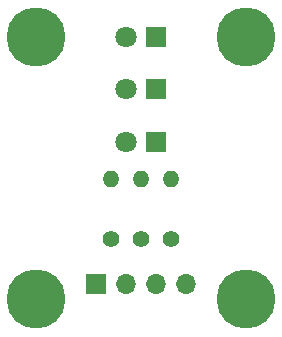
<source format=gbr>
%TF.GenerationSoftware,KiCad,Pcbnew,6.0.5-a6ca702e91~116~ubuntu20.04.1*%
%TF.CreationDate,2022-05-07T15:00:13+03:00*%
%TF.ProjectId,traffic_light_for_arduino,74726166-6669-4635-9f6c-696768745f66,rev?*%
%TF.SameCoordinates,Original*%
%TF.FileFunction,Soldermask,Bot*%
%TF.FilePolarity,Negative*%
%FSLAX46Y46*%
G04 Gerber Fmt 4.6, Leading zero omitted, Abs format (unit mm)*
G04 Created by KiCad (PCBNEW 6.0.5-a6ca702e91~116~ubuntu20.04.1) date 2022-05-07 15:00:13*
%MOMM*%
%LPD*%
G01*
G04 APERTURE LIST*
%ADD10C,1.400000*%
%ADD11O,1.400000X1.400000*%
%ADD12C,5.000000*%
%ADD13R,1.800000X1.800000*%
%ADD14C,1.800000*%
%ADD15R,1.700000X1.700000*%
%ADD16O,1.700000X1.700000*%
G04 APERTURE END LIST*
D10*
%TO.C,R3*%
X151130000Y-104140000D03*
D11*
X151130000Y-99060000D03*
%TD*%
D12*
%TO.C,H4*%
X157480000Y-86995000D03*
%TD*%
%TO.C,H3*%
X139700000Y-86995000D03*
%TD*%
D13*
%TO.C,D3*%
X149860000Y-95885000D03*
D14*
X147320000Y-95885000D03*
%TD*%
D13*
%TO.C,D2*%
X149860000Y-91440000D03*
D14*
X147320000Y-91440000D03*
%TD*%
D10*
%TO.C,R2*%
X148590000Y-104140000D03*
D11*
X148590000Y-99060000D03*
%TD*%
D12*
%TO.C,H2*%
X139700000Y-109220000D03*
%TD*%
%TO.C,H1*%
X157480000Y-109220000D03*
%TD*%
D10*
%TO.C,R1*%
X146050000Y-104140000D03*
D11*
X146050000Y-99060000D03*
%TD*%
D13*
%TO.C,D1*%
X149860000Y-86995000D03*
D14*
X147320000Y-86995000D03*
%TD*%
D15*
%TO.C,J1*%
X144780000Y-107950000D03*
D16*
X147320000Y-107950000D03*
X149860000Y-107950000D03*
X152400000Y-107950000D03*
%TD*%
M02*

</source>
